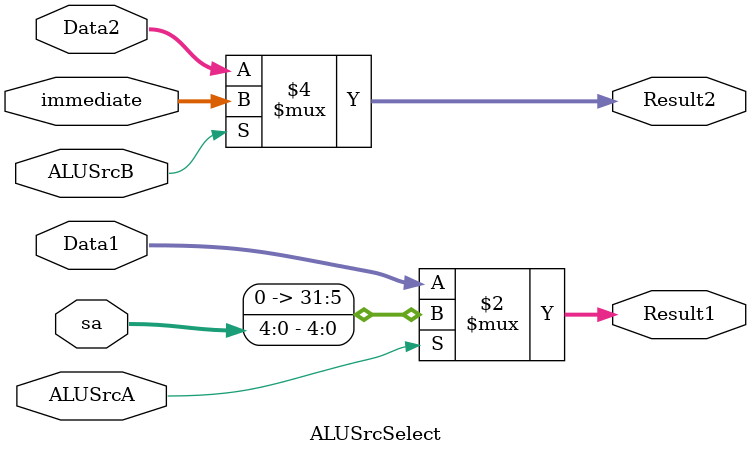
<source format=v>
`timescale 1ns / 1ps


module ALUSrcSelect(
  input ALUSrcA,
  input ALUSrcB,
  input [31:0] Data1,
  input [31:0] Data2,
  input [ 4:0] sa,
  input [31:0] immediate,
  output wire [31:0] Result1,
  output wire [31:0] Result2
  );

  
  assign Result1 = (ALUSrcA == 0) ? Data1 : {{27{1'b0}}, sa[4:0]};
  assign Result2 = (ALUSrcB == 0) ? Data2 : immediate;


endmodule

</source>
